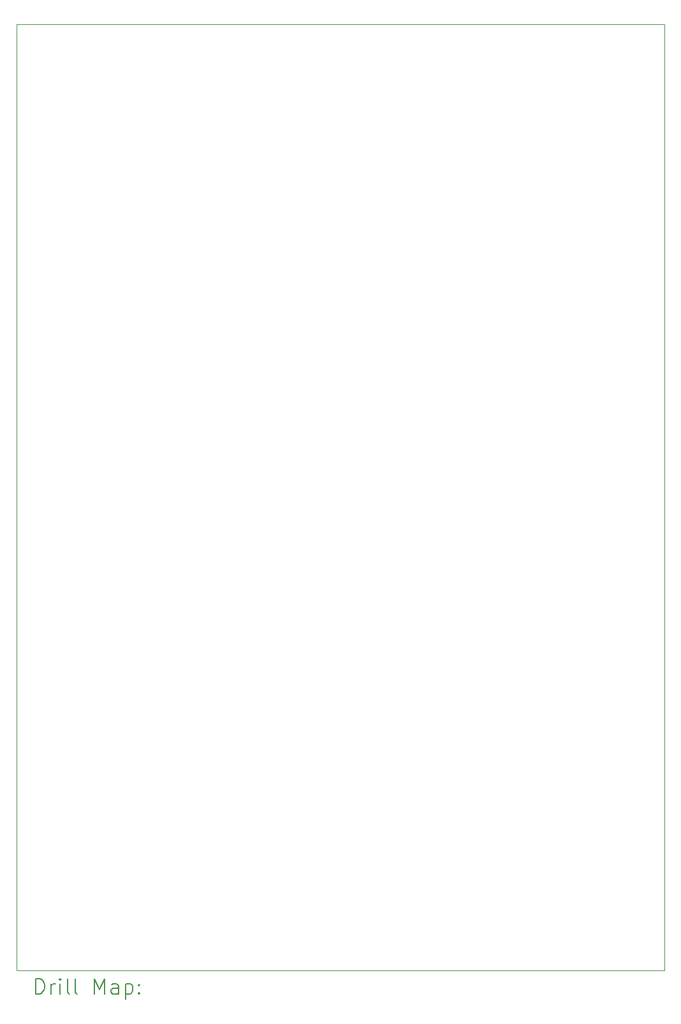
<source format=gbr>
%TF.GenerationSoftware,KiCad,Pcbnew,8.0.8-8.0.8-0~ubuntu24.04.1*%
%TF.CreationDate,2025-01-19T21:36:14-03:00*%
%TF.ProjectId,conection,636f6e65-6374-4696-9f6e-2e6b69636164,rev?*%
%TF.SameCoordinates,Original*%
%TF.FileFunction,Drillmap*%
%TF.FilePolarity,Positive*%
%FSLAX45Y45*%
G04 Gerber Fmt 4.5, Leading zero omitted, Abs format (unit mm)*
G04 Created by KiCad (PCBNEW 8.0.8-8.0.8-0~ubuntu24.04.1) date 2025-01-19 21:36:14*
%MOMM*%
%LPD*%
G01*
G04 APERTURE LIST*
%ADD10C,0.050000*%
%ADD11C,0.200000*%
G04 APERTURE END LIST*
D10*
X7698000Y-2830000D02*
X16305000Y-2830000D01*
X16305000Y-15380000D01*
X7698000Y-15380000D01*
X7698000Y-2830000D01*
D11*
X7956277Y-15693984D02*
X7956277Y-15493984D01*
X7956277Y-15493984D02*
X8003896Y-15493984D01*
X8003896Y-15493984D02*
X8032467Y-15503508D01*
X8032467Y-15503508D02*
X8051515Y-15522555D01*
X8051515Y-15522555D02*
X8061039Y-15541603D01*
X8061039Y-15541603D02*
X8070562Y-15579698D01*
X8070562Y-15579698D02*
X8070562Y-15608269D01*
X8070562Y-15608269D02*
X8061039Y-15646365D01*
X8061039Y-15646365D02*
X8051515Y-15665412D01*
X8051515Y-15665412D02*
X8032467Y-15684460D01*
X8032467Y-15684460D02*
X8003896Y-15693984D01*
X8003896Y-15693984D02*
X7956277Y-15693984D01*
X8156277Y-15693984D02*
X8156277Y-15560650D01*
X8156277Y-15598746D02*
X8165801Y-15579698D01*
X8165801Y-15579698D02*
X8175324Y-15570174D01*
X8175324Y-15570174D02*
X8194372Y-15560650D01*
X8194372Y-15560650D02*
X8213420Y-15560650D01*
X8280086Y-15693984D02*
X8280086Y-15560650D01*
X8280086Y-15493984D02*
X8270562Y-15503508D01*
X8270562Y-15503508D02*
X8280086Y-15513031D01*
X8280086Y-15513031D02*
X8289610Y-15503508D01*
X8289610Y-15503508D02*
X8280086Y-15493984D01*
X8280086Y-15493984D02*
X8280086Y-15513031D01*
X8403896Y-15693984D02*
X8384848Y-15684460D01*
X8384848Y-15684460D02*
X8375324Y-15665412D01*
X8375324Y-15665412D02*
X8375324Y-15493984D01*
X8508658Y-15693984D02*
X8489610Y-15684460D01*
X8489610Y-15684460D02*
X8480086Y-15665412D01*
X8480086Y-15665412D02*
X8480086Y-15493984D01*
X8737229Y-15693984D02*
X8737229Y-15493984D01*
X8737229Y-15493984D02*
X8803896Y-15636841D01*
X8803896Y-15636841D02*
X8870563Y-15493984D01*
X8870563Y-15493984D02*
X8870563Y-15693984D01*
X9051515Y-15693984D02*
X9051515Y-15589222D01*
X9051515Y-15589222D02*
X9041991Y-15570174D01*
X9041991Y-15570174D02*
X9022944Y-15560650D01*
X9022944Y-15560650D02*
X8984848Y-15560650D01*
X8984848Y-15560650D02*
X8965801Y-15570174D01*
X9051515Y-15684460D02*
X9032467Y-15693984D01*
X9032467Y-15693984D02*
X8984848Y-15693984D01*
X8984848Y-15693984D02*
X8965801Y-15684460D01*
X8965801Y-15684460D02*
X8956277Y-15665412D01*
X8956277Y-15665412D02*
X8956277Y-15646365D01*
X8956277Y-15646365D02*
X8965801Y-15627317D01*
X8965801Y-15627317D02*
X8984848Y-15617793D01*
X8984848Y-15617793D02*
X9032467Y-15617793D01*
X9032467Y-15617793D02*
X9051515Y-15608269D01*
X9146753Y-15560650D02*
X9146753Y-15760650D01*
X9146753Y-15570174D02*
X9165801Y-15560650D01*
X9165801Y-15560650D02*
X9203896Y-15560650D01*
X9203896Y-15560650D02*
X9222944Y-15570174D01*
X9222944Y-15570174D02*
X9232467Y-15579698D01*
X9232467Y-15579698D02*
X9241991Y-15598746D01*
X9241991Y-15598746D02*
X9241991Y-15655888D01*
X9241991Y-15655888D02*
X9232467Y-15674936D01*
X9232467Y-15674936D02*
X9222944Y-15684460D01*
X9222944Y-15684460D02*
X9203896Y-15693984D01*
X9203896Y-15693984D02*
X9165801Y-15693984D01*
X9165801Y-15693984D02*
X9146753Y-15684460D01*
X9327705Y-15674936D02*
X9337229Y-15684460D01*
X9337229Y-15684460D02*
X9327705Y-15693984D01*
X9327705Y-15693984D02*
X9318182Y-15684460D01*
X9318182Y-15684460D02*
X9327705Y-15674936D01*
X9327705Y-15674936D02*
X9327705Y-15693984D01*
X9327705Y-15570174D02*
X9337229Y-15579698D01*
X9337229Y-15579698D02*
X9327705Y-15589222D01*
X9327705Y-15589222D02*
X9318182Y-15579698D01*
X9318182Y-15579698D02*
X9327705Y-15570174D01*
X9327705Y-15570174D02*
X9327705Y-15589222D01*
M02*

</source>
